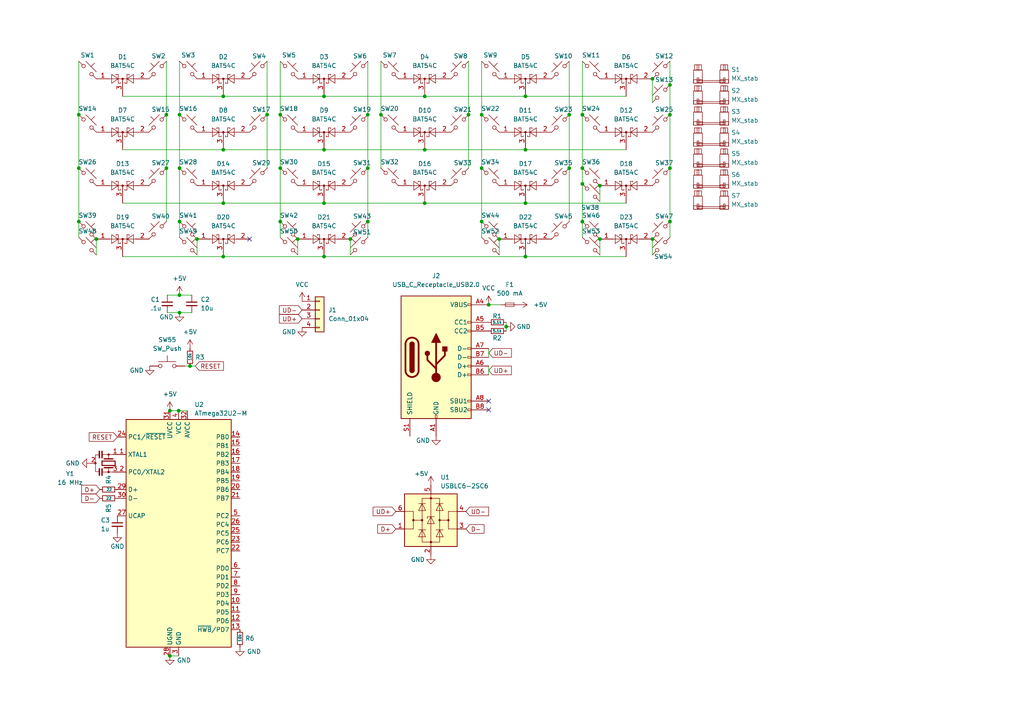
<source format=kicad_sch>
(kicad_sch (version 20211123) (generator eeschema)
  (paper "A4")
  (lib_symbols
    (symbol "Connector:USB_C_Receptacle_USB2.0" (pin_names (offset 1.016))
      (property "Reference" "J" (at -10.16 19.05 0))
      (property "Value" "USB_C_Receptacle_USB2.0" (at 19.05 19.05 0))
      (symbol "USB_C_Receptacle_USB2.0_1_1"
        (pin passive line (at 0 -22.86 90) (length 5.08) (name "GND") (number "A1"))
        (pin passive line (at 0 -22.86 90) (length 5.08) hide (name "GND") (number "A12"))
        (pin passive line (at 15.24 15.24 180) (length 5.08) (name "VBUS") (number "A4"))
        (pin bidirectional line (at 15.24 10.16 180) (length 5.08) (name "CC1") (number "A5"))
        (pin bidirectional line (at 15.24 -2.54 180) (length 5.08) (name "D+") (number "A6"))
        (pin bidirectional line (at 15.24 2.54 180) (length 5.08) (name "D-") (number "A7"))
        (pin bidirectional line (at 15.24 -12.7 180) (length 5.08) (name "SBU1") (number "A8"))
        (pin passive line (at 15.24 15.24 180) (length 5.08) hide (name "VBUS") (number "A9"))
        (pin passive line (at 0 -22.86 90) (length 5.08) hide (name "GND") (number "B1"))
        (pin passive line (at 0 -22.86 90) (length 5.08) hide (name "GND") (number "B12"))
        (pin passive line (at 15.24 15.24 180) (length 5.08) hide (name "VBUS") (number "B4"))
        (pin bidirectional line (at 15.24 7.62 180) (length 5.08) (name "CC2") (number "B5"))
        (pin bidirectional line (at 15.24 -5.08 180) (length 5.08) (name "D+") (number "B6"))
        (pin bidirectional line (at 15.24 0 180) (length 5.08) (name "D-") (number "B7"))
        (pin bidirectional line (at 15.24 -15.24 180) (length 5.08) (name "SBU2") (number "B8"))
        (pin passive line (at 15.24 15.24 180) (length 5.08) hide (name "VBUS") (number "B9"))
        (pin passive line (at -7.62 -22.86 90) (length 5.08) (name "SHIELD") (number "S1"))
      )
    )
    (symbol "Connector_Generic:Conn_01x04" (pin_names (offset 1.016) hide)
      (property "Reference" "J" (at 0 5.08 0))
      (property "Value" "Conn_01x04" (at 0 -7.62 0))
      (symbol "Conn_01x04_1_1"
        (pin passive line (at -5.08 2.54 0) (length 3.81) (name "Pin_1") (number "1"))
        (pin passive line (at -5.08 0 0) (length 3.81) (name "Pin_2") (number "2"))
        (pin passive line (at -5.08 -2.54 0) (length 3.81) (name "Pin_3") (number "3"))
        (pin passive line (at -5.08 -5.08 0) (length 3.81) (name "Pin_4") (number "4"))
      )
    )
    (symbol "Device:C_Small" (pin_numbers hide) (pin_names (offset 0.254) hide)
      (property "Reference" "C" (at 0.254 1.778 0))
      (property "Value" "C_Small" (at 0.254 -2.032 0))
      (symbol "C_Small_1_1"
        (pin passive line (at 0 2.54 270) (length 2.032) (name "~") (number "1"))
        (pin passive line (at 0 -2.54 90) (length 2.032) (name "~") (number "2"))
      )
    )
    (symbol "Device:Fuse_Small" (pin_numbers hide) (pin_names (offset 0.254) hide)
      (property "Reference" "F" (at 0 -1.524 0))
      (property "Value" "Fuse_Small" (at 0 1.524 0))
      (symbol "Fuse_Small_1_1"
        (pin passive line (at -2.54 0 0) (length 1.27) (name "~") (number "1"))
        (pin passive line (at 2.54 0 180) (length 1.27) (name "~") (number "2"))
      )
    )
    (symbol "Device:R_Small" (pin_numbers hide) (pin_names (offset 0.254) hide)
      (property "Reference" "R" (at 0.762 0.508 0))
      (property "Value" "R_Small" (at 0.762 -1.016 0))
      (symbol "R_Small_1_1"
        (pin passive line (at 0 2.54 270) (length 0.762) (name "~") (number "1"))
        (pin passive line (at 0 -2.54 90) (length 0.762) (name "~") (number "2"))
      )
    )
    (symbol "Device:Resonator_Small" (pin_names (offset 1.016) hide)
      (property "Reference" "Y" (at 3.175 1.905 0))
      (property "Value" "Resonator_Small" (at 3.175 0 0))
      (symbol "Resonator_Small_1_1"
        (pin passive line (at -2.54 2.54 270) (length 1.27) (name "1") (number "1"))
        (pin passive line (at 0 -5.08 90) (length 1.27) (name "2") (number "2"))
        (pin passive line (at 2.54 2.54 270) (length 1.27) (name "3") (number "3"))
      )
    )
    (symbol "Diode:BAT54C" (pin_names (offset 1.016))
      (property "Reference" "D" (at 0.635 -3.81 0))
      (property "Value" "BAT54C" (at -6.35 3.175 0))
      (symbol "BAT54C_1_1"
        (pin passive line (at -7.62 0 0) (length 3.81) (name "~") (number "1"))
        (pin passive line (at 7.62 0 180) (length 3.81) (name "~") (number "2"))
        (pin passive line (at 0 -5.08 90) (length 5.08) (name "~") (number "3"))
      )
    )
    (symbol "MCU_Microchip_ATmega:ATmega32U2-M"
      (property "Reference" "U" (at -15.24 34.29 0))
      (property "Value" "ATmega32U2-M" (at 2.54 -34.29 0))
      (symbol "ATmega32U2-M_1_1"
        (pin input line (at -17.78 22.86 0) (length 2.54) (name "XTAL1") (number "1"))
        (pin bidirectional line (at 17.78 -20.32 180) (length 2.54) (name "PD4") (number "10"))
        (pin bidirectional line (at 17.78 -22.86 180) (length 2.54) (name "PD5") (number "11"))
        (pin bidirectional line (at 17.78 -25.4 180) (length 2.54) (name "PD6") (number "12"))
        (pin bidirectional line (at 17.78 -27.94 180) (length 2.54) (name "~{HWB}/PD7") (number "13"))
        (pin bidirectional line (at 17.78 27.94 180) (length 2.54) (name "PB0") (number "14"))
        (pin bidirectional line (at 17.78 25.4 180) (length 2.54) (name "PB1") (number "15"))
        (pin bidirectional line (at 17.78 22.86 180) (length 2.54) (name "PB2") (number "16"))
        (pin bidirectional line (at 17.78 20.32 180) (length 2.54) (name "PB3") (number "17"))
        (pin bidirectional line (at 17.78 17.78 180) (length 2.54) (name "PB4") (number "18"))
        (pin bidirectional line (at 17.78 15.24 180) (length 2.54) (name "PB5") (number "19"))
        (pin bidirectional line (at -17.78 17.78 0) (length 2.54) (name "PC0/XTAL2") (number "2"))
        (pin bidirectional line (at 17.78 12.7 180) (length 2.54) (name "PB6") (number "20"))
        (pin bidirectional line (at 17.78 10.16 180) (length 2.54) (name "PB7") (number "21"))
        (pin bidirectional line (at 17.78 -5.08 180) (length 2.54) (name "PC7") (number "22"))
        (pin bidirectional line (at 17.78 -2.54 180) (length 2.54) (name "PC6") (number "23"))
        (pin bidirectional line (at -17.78 27.94 0) (length 2.54) (name "PC1/~{RESET}") (number "24"))
        (pin bidirectional line (at 17.78 0 180) (length 2.54) (name "PC5") (number "25"))
        (pin bidirectional line (at 17.78 2.54 180) (length 2.54) (name "PC4") (number "26"))
        (pin passive line (at -17.78 5.08 0) (length 2.54) (name "UCAP") (number "27"))
        (pin power_in line (at -2.54 -35.56 90) (length 2.54) (name "UGND") (number "28"))
        (pin bidirectional line (at -17.78 12.7 0) (length 2.54) (name "D+") (number "29"))
        (pin power_in line (at 0 -35.56 90) (length 2.54) (name "GND") (number "3"))
        (pin bidirectional line (at -17.78 10.16 0) (length 2.54) (name "D-") (number "30"))
        (pin power_in line (at -2.54 35.56 270) (length 2.54) (name "UVCC") (number "31"))
        (pin power_in line (at 2.54 35.56 270) (length 2.54) (name "AVCC") (number "32"))
        (pin passive line (at 0 -35.56 90) (length 2.54) hide (name "GND") (number "33"))
        (pin power_in line (at 0 35.56 270) (length 2.54) (name "VCC") (number "4"))
        (pin bidirectional line (at 17.78 5.08 180) (length 2.54) (name "PC2") (number "5"))
        (pin bidirectional line (at 17.78 -10.16 180) (length 2.54) (name "PD0") (number "6"))
        (pin bidirectional line (at 17.78 -12.7 180) (length 2.54) (name "PD1") (number "7"))
        (pin bidirectional line (at 17.78 -15.24 180) (length 2.54) (name "PD2") (number "8"))
        (pin bidirectional line (at 17.78 -17.78 180) (length 2.54) (name "PD3") (number "9"))
      )
    )
    (symbol "Power_Protection:USBLC6-2SC6" (pin_names hide)
      (property "Reference" "U" (at 2.54 8.89 0))
      (property "Value" "USBLC6-2SC6" (at 2.54 -8.89 0))
      (symbol "USBLC6-2SC6_1_1"
        (pin passive line (at -10.16 -2.54 0) (length 2.54) (name "I/O1") (number "1"))
        (pin passive line (at 0 -10.16 90) (length 2.54) (name "GND") (number "2"))
        (pin passive line (at 10.16 -2.54 180) (length 2.54) (name "I/O2") (number "3"))
        (pin passive line (at 10.16 2.54 180) (length 2.54) (name "I/O2") (number "4"))
        (pin passive line (at 0 10.16 270) (length 2.54) (name "VBUS") (number "5"))
        (pin passive line (at -10.16 2.54 0) (length 2.54) (name "I/O1") (number "6"))
      )
    )
    (symbol "Switch:SW_Push" (pin_numbers hide) (pin_names (offset 1.016) hide)
      (property "Reference" "SW" (at 1.27 2.54 0))
      (property "Value" "SW_Push" (at 0 -1.524 0))
      (symbol "SW_Push_0_1"
        (pin passive line (at -5.08 0 0) (length 2.54) (name "1") (number "1"))
        (pin passive line (at 5.08 0 180) (length 2.54) (name "2") (number "2"))
      )
    )
    (symbol "marbastlib-mx:MX_SW_solder" (pin_numbers hide) (pin_names (offset 1.016) hide)
      (property "Reference" "SW" (at 3.048 1.016 0))
      (property "Value" "MX_SW_solder" (at 0 -3.81 0))
      (symbol "MX_SW_solder_0_1"
        (pin passive line (at -2.54 2.54 0) (length 0) (name "1") (number "1"))
        (pin passive line (at 2.54 -2.54 180) (length 0) (name "2") (number "2"))
      )
    )
    (symbol "marbastlib-mx:MX_stab" (pin_names (offset 1.016))
      (property "Reference" "S" (at -5.08 6.35 0))
      (property "Value" "MX_stab" (at -5.08 3.81 0))
    )
    (symbol "power:+5V" (power) (pin_names (offset 0))
      (property "Value" "+5V" (at 0 3.556 0))
      (symbol "+5V_1_1"
        (pin power_in line (at 0 0 90) (length 0) hide (name "+5V") (number "1"))
      )
    )
    (symbol "power:GND" (power) (pin_names (offset 0))
      (property "Value" "GND" (at 0 -3.81 0))
      (symbol "GND_1_1"
        (pin power_in line (at 0 0 270) (length 0) hide (name "GND") (number "1"))
      )
    )
    (symbol "power:VCC" (power) (pin_names (offset 0))
      (property "Value" "VCC" (at 0 3.81 0))
      (symbol "VCC_1_1"
        (pin power_in line (at 0 0 90) (length 0) hide (name "VCC") (number "1"))
      )
    )
  )
  (junction (at 55.118 106.172))
  (junction (at 194.31 24.638))
  (junction (at 173.99 53.848))
  (junction (at 106.68 48.768))
  (junction (at 106.68 33.274))
  (junction (at 64.77 74.422))
  (junction (at 139.7 48.768))
  (junction (at 101.6 69.342))
  (junction (at 168.91 33.274))
  (junction (at 93.98 74.422))
  (junction (at 123.19 27.94))
  (junction (at 81.28 33.274))
  (junction (at 52.07 48.768))
  (junction (at 22.86 33.274))
  (junction (at 168.91 48.768))
  (junction (at 22.86 64.262))
  (junction (at 152.4 43.434))
  (junction (at 52.07 85.598))
  (junction (at 93.98 27.94))
  (junction (at 52.07 64.262))
  (junction (at 152.4 27.94))
  (junction (at 194.31 48.768))
  (junction (at 152.4 74.422))
  (junction (at 139.7 33.274))
  (junction (at 48.26 33.274))
  (junction (at 144.78 69.342))
  (junction (at 81.28 64.262))
  (junction (at 52.07 33.274))
  (junction (at 93.98 43.434))
  (junction (at 81.28 48.768))
  (junction (at 51.816 119.126))
  (junction (at 189.23 22.86))
  (junction (at 194.31 33.274))
  (junction (at 64.77 43.434))
  (junction (at 27.94 69.342))
  (junction (at 123.19 58.928))
  (junction (at 64.77 27.94))
  (junction (at 139.7 64.262))
  (junction (at 77.47 33.274))
  (junction (at 165.1 48.768))
  (junction (at 106.68 64.262))
  (junction (at 189.23 69.342))
  (junction (at 64.77 58.928))
  (junction (at 22.86 48.768))
  (junction (at 141.732 88.392))
  (junction (at 194.31 64.262))
  (junction (at 49.276 190.246))
  (junction (at 168.91 53.34))
  (junction (at 52.07 90.678))
  (junction (at 48.26 48.768))
  (junction (at 173.99 69.342))
  (junction (at 49.276 119.126))
  (junction (at 135.89 33.274))
  (junction (at 146.812 94.742))
  (junction (at 165.1 33.274))
  (junction (at 93.98 58.928))
  (junction (at 110.49 33.274))
  (junction (at 123.19 43.434))
  (junction (at 86.36 69.342))
  (junction (at 168.91 64.262))
  (junction (at 152.4 58.928))
  (junction (at 57.15 69.342))
  (no_connect (at 141.732 116.332))
  (no_connect (at 141.732 118.872))
  (no_connect (at 72.39 69.342))
  (wire (pts (xy 152.4 27.94) (xy 181.61 27.94)))
  (wire (pts (xy 173.99 69.342) (xy 173.99 73.914)))
  (wire (pts (xy 168.91 48.768) (xy 168.91 53.34)))
  (wire (pts (xy 56.642 106.172) (xy 55.118 106.172)))
  (wire (pts (xy 35.56 43.434) (xy 64.77 43.434)))
  (wire (pts (xy 146.812 93.472) (xy 146.812 94.742)))
  (wire (pts (xy 64.77 43.434) (xy 93.98 43.434)))
  (wire (pts (xy 173.99 53.848) (xy 173.99 58.42)))
  (wire (pts (xy 141.732 88.392) (xy 145.288 88.392)))
  (wire (pts (xy 139.7 64.262) (xy 139.7 68.834)))
  (wire (pts (xy 93.98 27.94) (xy 123.19 27.94)))
  (wire (pts (xy 146.812 94.742) (xy 146.812 96.012)))
  (wire (pts (xy 77.47 17.78) (xy 77.47 33.274)))
  (wire (pts (xy 22.86 17.78) (xy 22.86 33.274)))
  (wire (pts (xy 141.732 106.172) (xy 141.732 108.712)))
  (wire (pts (xy 52.07 90.678) (xy 55.626 90.678)))
  (wire (pts (xy 101.6 69.342) (xy 101.6 73.914)))
  (wire (pts (xy 93.98 43.434) (xy 123.19 43.434)))
  (wire (pts (xy 139.7 17.78) (xy 139.7 33.274)))
  (wire (pts (xy 123.19 58.928) (xy 152.4 58.928)))
  (wire (pts (xy 81.28 64.262) (xy 81.28 68.834)))
  (wire (pts (xy 52.07 64.262) (xy 52.07 68.834)))
  (wire (pts (xy 49.276 119.126) (xy 51.816 119.126)))
  (wire (pts (xy 189.23 69.342) (xy 189.23 73.914)))
  (wire (pts (xy 139.7 33.274) (xy 139.7 48.768)))
  (wire (pts (xy 81.28 17.78) (xy 81.28 33.274)))
  (wire (pts (xy 165.1 17.78) (xy 165.1 33.274)))
  (wire (pts (xy 194.31 33.274) (xy 194.31 48.768)))
  (wire (pts (xy 106.68 64.262) (xy 106.68 68.834)))
  (wire (pts (xy 194.31 24.638) (xy 194.31 33.274)))
  (wire (pts (xy 81.28 48.768) (xy 81.28 64.262)))
  (wire (pts (xy 168.91 53.34) (xy 168.91 64.262)))
  (wire (pts (xy 135.89 17.78) (xy 135.89 33.274)))
  (wire (pts (xy 93.98 74.422) (xy 152.4 74.422)))
  (wire (pts (xy 110.49 17.78) (xy 110.49 33.274)))
  (wire (pts (xy 22.86 33.274) (xy 22.86 48.768)))
  (wire (pts (xy 106.68 48.768) (xy 106.68 64.262)))
  (wire (pts (xy 48.514 90.678) (xy 52.07 90.678)))
  (wire (pts (xy 22.86 48.768) (xy 22.86 64.262)))
  (wire (pts (xy 81.28 33.274) (xy 81.28 48.768)))
  (wire (pts (xy 35.56 58.928) (xy 64.77 58.928)))
  (wire (pts (xy 64.77 27.94) (xy 93.98 27.94)))
  (wire (pts (xy 141.732 101.092) (xy 141.732 103.632)))
  (wire (pts (xy 52.07 17.78) (xy 52.07 33.274)))
  (wire (pts (xy 77.47 33.274) (xy 77.47 48.768)))
  (wire (pts (xy 189.23 22.86) (xy 189.23 29.718)))
  (wire (pts (xy 144.78 69.342) (xy 144.78 73.914)))
  (wire (pts (xy 93.98 58.928) (xy 123.19 58.928)))
  (wire (pts (xy 35.56 27.94) (xy 64.77 27.94)))
  (wire (pts (xy 57.15 69.342) (xy 57.15 73.914)))
  (wire (pts (xy 22.86 64.262) (xy 22.86 68.834)))
  (wire (pts (xy 55.118 106.172) (xy 53.594 106.172)))
  (wire (pts (xy 123.19 27.94) (xy 152.4 27.94)))
  (wire (pts (xy 152.4 43.434) (xy 181.61 43.434)))
  (wire (pts (xy 139.7 48.768) (xy 139.7 64.262)))
  (wire (pts (xy 49.276 190.246) (xy 51.816 190.246)))
  (wire (pts (xy 27.94 69.342) (xy 27.94 73.914)))
  (wire (pts (xy 152.4 74.422) (xy 181.61 74.422)))
  (wire (pts (xy 194.31 17.78) (xy 194.31 24.638)))
  (wire (pts (xy 168.91 64.262) (xy 168.91 68.834)))
  (wire (pts (xy 48.514 85.598) (xy 52.07 85.598)))
  (wire (pts (xy 64.77 58.928) (xy 93.98 58.928)))
  (wire (pts (xy 52.07 85.598) (xy 55.626 85.598)))
  (wire (pts (xy 194.31 48.768) (xy 194.31 64.262)))
  (wire (pts (xy 194.31 64.262) (xy 194.31 68.834)))
  (wire (pts (xy 110.49 33.274) (xy 110.49 48.768)))
  (wire (pts (xy 165.1 33.274) (xy 165.1 48.768)))
  (wire (pts (xy 35.56 74.422) (xy 64.77 74.422)))
  (wire (pts (xy 168.91 17.78) (xy 168.91 33.274)))
  (wire (pts (xy 51.816 119.126) (xy 54.356 119.126)))
  (wire (pts (xy 135.89 33.274) (xy 135.89 48.768)))
  (wire (pts (xy 168.91 33.274) (xy 168.91 48.768)))
  (wire (pts (xy 86.36 69.342) (xy 86.36 73.914)))
  (wire (pts (xy 165.1 48.768) (xy 165.1 64.262)))
  (wire (pts (xy 106.68 17.78) (xy 106.68 33.274)))
  (wire (pts (xy 48.26 33.274) (xy 48.26 48.768)))
  (wire (pts (xy 52.07 48.768) (xy 52.07 64.262)))
  (wire (pts (xy 48.26 17.78) (xy 48.26 33.274)))
  (wire (pts (xy 64.77 74.422) (xy 93.98 74.422)))
  (wire (pts (xy 106.68 33.274) (xy 106.68 48.768)))
  (wire (pts (xy 48.26 48.768) (xy 48.26 64.262)))
  (wire (pts (xy 152.4 58.928) (xy 181.61 58.928)))
  (wire (pts (xy 52.07 33.274) (xy 52.07 48.768)))
  (wire (pts (xy 123.19 43.434) (xy 152.4 43.434)))
  (global_label "UD+" (shape input) (at 141.732 107.442 0) (property "Intersheet References" "${INTERSHEET_REFS}" (effects hide)))
  (global_label "UD-" (shape input) (at 141.732 102.362 0) (property "Intersheet References" "${INTERSHEET_REFS}" (effects hide)))
  (global_label "D+" (shape input) (at 28.956 141.986 180) (property "Intersheet References" "${INTERSHEET_REFS}" (effects hide)))
  (global_label "UD-" (shape input) (at 87.63 89.916 180) (property "Intersheet References" "${INTERSHEET_REFS}" (effects hide)))
  (global_label "UD-" (shape input) (at 135.128 148.336 0) (property "Intersheet References" "${INTERSHEET_REFS}" (effects hide)))
  (global_label "UD+" (shape input) (at 87.63 92.456 180) (property "Intersheet References" "${INTERSHEET_REFS}" (effects hide)))
  (global_label "UD+" (shape input) (at 114.808 148.336 180) (property "Intersheet References" "${INTERSHEET_REFS}" (effects hide)))
  (global_label "D+" (shape input) (at 114.808 153.416 180) (property "Intersheet References" "${INTERSHEET_REFS}" (effects hide)))
  (global_label "RESET" (shape input) (at 56.642 106.172 0) (property "Intersheet References" "${INTERSHEET_REFS}" (effects hide)))
  (global_label "D-" (shape input) (at 135.128 153.416 0) (property "Intersheet References" "${INTERSHEET_REFS}" (effects hide)))
  (global_label "RESET" (shape input) (at 34.036 126.746 180) (property "Intersheet References" "${INTERSHEET_REFS}" (effects hide)))
  (global_label "D-" (shape input) (at 28.956 144.526 180) (property "Intersheet References" "${INTERSHEET_REFS}" (effects hide)))
  (symbol (lib_id "power:GND") (at 87.63 94.996 0) (unit 1)
    (property "Reference" "#PWR07" (effects hide))
    (property "Value" "GND" (at 81.788 96.266 0) (effects (justify left)))
  )
  (symbol (lib_id "MCU_Microchip_ATmega:ATmega32U2-M") (at 51.816 154.686 0) (unit 1)
    (property "Reference" "U2" (at 56.388 117.348 0) (effects (justify left)))
    (property "Value" "ATmega32U2-M" (at 56.388 119.888 0) (effects (justify left)))
    (property "Footprint" "Package_DFN_QFN:QFN-32-1EP_5x5mm_P0.5mm_EP3.1x3.1mm" (effects hide))
    (property "Datasheet" "http://ww1.microchip.com/downloads/en/DeviceDoc/doc7799.pdf" (effects hide))
  )
  (symbol (lib_id "Device:R_Small") (at 144.272 96.012 90) (unit 1)
    (property "Reference" "R2" (at 145.542 98.044 90) (effects (justify left)))
    (property "Value" "5.1k" (at 145.542 96.012 90) (effects (font (size 0.8 0.8)) (justify left)))
    (property "Footprint" "Resistor_SMD:R_0603_1608Metric" (effects hide))
  )
  (symbol (lib_id "Diode:BAT54C") (at 64.77 53.848 0) (unit 1)
    (property "Reference" "D14" (at 64.77 47.498 0))
    (property "Value" "BAT54C" (at 64.77 50.038 0))
    (property "Footprint" "Package_TO_SOT_SMD:SOT-23" (effects hide))
    (property "Datasheet" "http://www.diodes.com/_files/datasheets/ds11005.pdf" (effects hide))
  )
  (symbol (lib_id "marbastlib-mx:MX_SW_solder") (at 83.82 71.374 0) (unit 1)
    (property "Reference" "SW50" (at 83.82 67.056 0))
    (property "Value" "MX_SW_solder" (effects hide))
    (property "Footprint" "marbastlib-mx:SW_MX_1u" (effects hide))
  )
  (symbol (lib_id "Diode:BAT54C") (at 123.19 38.354 0) (unit 1)
    (property "Reference" "D10" (at 123.19 32.004 0))
    (property "Value" "BAT54C" (at 123.19 34.544 0))
    (property "Footprint" "Package_TO_SOT_SMD:SOT-23" (effects hide))
    (property "Datasheet" "http://www.diodes.com/_files/datasheets/ds11005.pdf" (effects hide))
  )
  (symbol (lib_id "marbastlib-mx:MX_SW_solder") (at 25.4 71.374 0) (unit 1)
    (property "Reference" "SW48" (at 25.4 67.056 0))
    (property "Value" "MX_SW_solder" (effects hide))
    (property "Footprint" "marbastlib-mx:SW_MX_1.5u" (effects hide))
  )
  (symbol (lib_id "Device:R_Small") (at 31.496 144.526 270) (unit 1)
    (property "Reference" "R5" (at 31.496 146.05 0) (effects (justify left)))
    (property "Value" "22" (at 30.734 144.526 90) (effects (font (size 0.8 0.8)) (justify left)))
    (property "Footprint" "Resistor_SMD:R_0603_1608Metric" (effects hide))
  )
  (symbol (lib_id "power:+5V") (at 52.07 85.598 0) (unit 1)
    (property "Reference" "#PWR01" (effects hide))
    (property "Value" "+5V" (at 52.07 80.772 0))
  )
  (symbol (lib_id "marbastlib-mx:MX_SW_solder") (at 171.45 20.32 0) (unit 1)
    (property "Reference" "SW11" (at 171.45 16.002 0))
    (property "Value" "MX_SW_solder" (effects hide))
    (property "Footprint" "marbastlib-mx:SW_MX_1u" (effects hide))
  )
  (symbol (lib_id "marbastlib-mx:MX_SW_solder") (at 54.61 20.32 0) (unit 1)
    (property "Reference" "SW3" (at 54.61 16.002 0))
    (property "Value" "MX_SW_solder" (effects hide))
    (property "Footprint" "marbastlib-mx:SW_MX_1u" (effects hide))
  )
  (symbol (lib_id "marbastlib-mx:MX_SW_solder") (at 54.61 51.308 0) (unit 1)
    (property "Reference" "SW28" (at 54.61 46.99 0))
    (property "Value" "MX_SW_solder" (effects hide))
    (property "Footprint" "marbastlib-mx:SW_MX_1u" (effects hide))
  )
  (symbol (lib_id "marbastlib-mx:MX_SW_solder") (at 25.4 51.308 0) (unit 1)
    (property "Reference" "SW26" (at 25.4 46.99 0))
    (property "Value" "MX_SW_solder" (effects hide))
    (property "Footprint" "marbastlib-mx:SW_MX_1.75u" (effects hide))
  )
  (symbol (lib_id "Diode:BAT54C") (at 123.19 22.86 0) (unit 1)
    (property "Reference" "D4" (at 123.19 16.51 0))
    (property "Value" "BAT54C" (at 123.19 19.05 0))
    (property "Footprint" "Package_TO_SOT_SMD:SOT-23" (effects hide))
    (property "Datasheet" "http://www.diodes.com/_files/datasheets/ds11005.pdf" (effects hide))
  )
  (symbol (lib_id "marbastlib-mx:MX_SW_solder") (at 113.03 35.814 0) (unit 1)
    (property "Reference" "SW20" (at 113.03 31.496 0))
    (property "Value" "MX_SW_solder" (effects hide))
    (property "Footprint" "marbastlib-mx:SW_MX_1u" (effects hide))
  )
  (symbol (lib_id "power:VCC") (at 141.732 88.392 0) (unit 1)
    (property "Reference" "#PWR03" (effects hide))
    (property "Value" "VCC" (at 141.732 83.566 0))
  )
  (symbol (lib_id "marbastlib-mx:MX_SW_solder") (at 83.82 20.32 0) (unit 1)
    (property "Reference" "SW5" (at 83.82 16.002 0))
    (property "Value" "MX_SW_solder" (effects hide))
    (property "Footprint" "marbastlib-mx:SW_MX_1u" (effects hide))
  )
  (symbol (lib_id "power:GND") (at 34.036 154.686 0) (unit 1)
    (property "Reference" "#PWR014" (effects hide))
    (property "Value" "GND" (at 32.004 158.496 0) (effects (justify left)))
  )
  (symbol (lib_id "marbastlib-mx:MX_stab") (at 206.248 39.878 0) (unit 1)
    (property "Reference" "S4" (at 212.09 38.4809 0) (effects (justify left)))
    (property "Value" "MX_stab" (at 212.09 41.0209 0) (effects (justify left)))
    (property "Footprint" "marbastlib-mx:STAB_MX_2u" (effects hide))
  )
  (symbol (lib_id "marbastlib-mx:MX_SW_solder") (at 25.4 20.32 0) (unit 1)
    (property "Reference" "SW1" (at 25.4 16.002 0))
    (property "Value" "MX_SW_solder" (effects hide))
    (property "Footprint" "marbastlib-mx:SW_MX_1u" (effects hide))
  )
  (symbol (lib_id "marbastlib-mx:MX_SW_solder") (at 25.4 35.814 0) (unit 1)
    (property "Reference" "SW14" (at 25.4 31.496 0))
    (property "Value" "MX_SW_solder" (effects hide))
    (property "Footprint" "marbastlib-mx:SW_MX_1.25u" (effects hide))
  )
  (symbol (lib_id "marbastlib-mx:MX_SW_solder") (at 171.45 71.374 0) (unit 1)
    (property "Reference" "SW53" (at 171.45 67.056 0))
    (property "Value" "MX_SW_solder" (effects hide))
    (property "Footprint" "marbastlib-mx:SW_MX_1.5u" (effects hide))
  )
  (symbol (lib_id "Diode:BAT54C") (at 123.19 53.848 0) (unit 1)
    (property "Reference" "D16" (at 123.19 47.498 0))
    (property "Value" "BAT54C" (at 123.19 50.038 0))
    (property "Footprint" "Package_TO_SOT_SMD:SOT-23" (effects hide))
    (property "Datasheet" "http://www.diodes.com/_files/datasheets/ds11005.pdf" (effects hide))
  )
  (symbol (lib_id "Device:Resonator_Small") (at 31.496 134.366 270) (unit 1)
    (property "Reference" "Y1" (at 20.32 137.414 90))
    (property "Value" "16 MHz" (at 20.32 139.954 90))
    (property "Footprint" "Crystal:Resonator_SMD_Murata_CSTxExxV-3Pin_3.0x1.1mm" (effects hide))
  )
  (symbol (lib_id "power:VCC") (at 87.63 87.376 0) (unit 1)
    (property "Reference" "#PWR02" (effects hide))
    (property "Value" "VCC" (at 87.63 82.55 0))
  )
  (symbol (lib_id "Device:C_Small") (at 34.036 152.146 0) (unit 1)
    (property "Reference" "C3" (at 29.21 150.876 0) (effects (justify left)))
    (property "Value" "1u" (at 29.21 153.416 0) (effects (justify left)))
    (property "Footprint" "Capacitor_SMD:C_0603_1608Metric" (effects hide))
  )
  (symbol (lib_id "marbastlib-mx:MX_stab") (at 206.248 58.166 0) (unit 1)
    (property "Reference" "S7" (at 212.09 56.7689 0) (effects (justify left)))
    (property "Value" "MX_stab" (at 212.09 59.3089 0) (effects (justify left)))
    (property "Footprint" "marbastlib-mx:STAB_MX_7u" (effects hide))
  )
  (symbol (lib_id "Diode:BAT54C") (at 181.61 69.342 0) (unit 1)
    (property "Reference" "D23" (at 181.61 62.992 0))
    (property "Value" "BAT54C" (at 181.61 65.532 0))
    (property "Footprint" "Package_TO_SOT_SMD:SOT-23" (effects hide))
    (property "Datasheet" "http://www.diodes.com/_files/datasheets/ds11005.pdf" (effects hide))
  )
  (symbol (lib_id "marbastlib-mx:MX_SW_solder") (at 45.72 66.802 90) (unit 1)
    (property "Reference" "SW40" (at 43.942 62.738 90) (effects (justify right)))
    (property "Value" "MX_SW_solder" (effects hide))
    (property "Footprint" "marbastlib-mx:SW_MX_1u" (effects hide))
  )
  (symbol (lib_id "Device:Fuse_Small") (at 147.828 88.392 0) (unit 1)
    (property "Reference" "F1" (at 147.828 82.55 0))
    (property "Value" "500 mA" (at 147.828 85.09 0))
    (property "Footprint" "Fuse:Fuse_1206_3216Metric" (effects hide))
  )
  (symbol (lib_id "Device:R_Small") (at 144.272 93.472 90) (unit 1)
    (property "Reference" "R1" (at 145.542 91.694 90) (effects (justify left)))
    (property "Value" "5.1k" (at 145.542 93.472 90) (effects (font (size 0.8 0.8)) (justify left)))
    (property "Footprint" "Resistor_SMD:R_0603_1608Metric" (effects hide))
  )
  (symbol (lib_id "Diode:BAT54C") (at 35.56 69.342 0) (unit 1)
    (property "Reference" "D19" (at 35.56 62.992 0))
    (property "Value" "BAT54C" (at 35.56 65.532 0))
    (property "Footprint" "Package_TO_SOT_SMD:SOT-23" (effects hide))
    (property "Datasheet" "http://www.diodes.com/_files/datasheets/ds11005.pdf" (effects hide))
  )
  (symbol (lib_id "marbastlib-mx:MX_SW_solder") (at 171.45 51.308 0) (unit 1)
    (property "Reference" "SW36" (at 171.45 46.99 0))
    (property "Value" "MX_SW_solder" (effects hide))
    (property "Footprint" "marbastlib-mx:SW_MX_1.25u" (effects hide))
  )
  (symbol (lib_id "marbastlib-mx:MX_stab") (at 206.248 27.686 0) (unit 1)
    (property "Reference" "S2" (at 212.09 26.2889 0) (effects (justify left)))
    (property "Value" "MX_stab" (at 212.09 28.8289 0) (effects (justify left)))
    (property "Footprint" "marbastlib-mx:STAB_MX_3u" (effects hide))
  )
  (symbol (lib_id "marbastlib-mx:MX_SW_solder") (at 133.35 51.308 90) (unit 1)
    (property "Reference" "SW33" (at 131.572 47.244 90) (effects (justify right)))
    (property "Value" "MX_SW_solder" (effects hide))
    (property "Footprint" "marbastlib-mx:SW_MX_1u" (effects hide))
  )
  (symbol (lib_id "power:GND") (at 124.968 161.036 0) (unit 1)
    (property "Reference" "#PWR015" (effects hide))
    (property "Value" "GND" (at 119.126 162.306 0) (effects (justify left)))
  )
  (symbol (lib_id "marbastlib-mx:MX_SW_solder") (at 104.14 51.308 90) (unit 1)
    (property "Reference" "SW31" (at 102.362 47.244 90) (effects (justify right)))
    (property "Value" "MX_SW_solder" (effects hide))
    (property "Footprint" "marbastlib-mx:SW_MX_1u" (effects hide))
  )
  (symbol (lib_id "marbastlib-mx:MX_SW_solder") (at 171.45 66.802 0) (unit 1)
    (property "Reference" "SW46" (at 171.45 62.484 0))
    (property "Value" "MX_SW_solder" (effects hide))
    (property "Footprint" "marbastlib-mx:SW_MX_1.25u" (effects hide))
  )
  (symbol (lib_id "Diode:BAT54C") (at 93.98 38.354 0) (unit 1)
    (property "Reference" "D9" (at 93.98 32.004 0))
    (property "Value" "BAT54C" (at 93.98 34.544 0))
    (property "Footprint" "Package_TO_SOT_SMD:SOT-23" (effects hide))
    (property "Datasheet" "http://www.diodes.com/_files/datasheets/ds11005.pdf" (effects hide))
  )
  (symbol (lib_id "Diode:BAT54C") (at 181.61 53.848 0) (unit 1)
    (property "Reference" "D18" (at 181.61 47.498 0))
    (property "Value" "BAT54C" (at 181.61 50.038 0))
    (property "Footprint" "Package_TO_SOT_SMD:SOT-23" (effects hide))
    (property "Datasheet" "http://www.diodes.com/_files/datasheets/ds11005.pdf" (effects hide))
  )
  (symbol (lib_id "Diode:BAT54C") (at 181.61 22.86 0) (unit 1)
    (property "Reference" "D6" (at 181.61 16.51 0))
    (property "Value" "BAT54C" (at 181.61 19.05 0))
    (property "Footprint" "Package_TO_SOT_SMD:SOT-23" (effects hide))
    (property "Datasheet" "http://www.diodes.com/_files/datasheets/ds11005.pdf" (effects hide))
  )
  (symbol (lib_id "marbastlib-mx:MX_SW_solder") (at 191.77 20.32 90) (unit 1)
    (property "Reference" "SW12" (at 189.992 16.256 90) (effects (justify right)))
    (property "Value" "MX_SW_solder" (effects hide))
    (property "Footprint" "marbastlib-mx:SW_MX_1u" (effects hide))
  )
  (symbol (lib_id "marbastlib-mx:MX_SW_solder") (at 142.24 20.32 0) (unit 1)
    (property "Reference" "SW9" (at 142.24 16.002 0))
    (property "Value" "MX_SW_solder" (effects hide))
    (property "Footprint" "marbastlib-mx:SW_MX_1u" (effects hide))
  )
  (symbol (lib_id "marbastlib-mx:MX_SW_solder") (at 54.61 71.374 0) (unit 1)
    (property "Reference" "SW49" (at 54.61 67.056 0))
    (property "Value" "MX_SW_solder" (effects hide))
    (property "Footprint" "marbastlib-mx:SW_MX_1.5u" (effects hide))
  )
  (symbol (lib_id "marbastlib-mx:MX_SW_solder") (at 162.56 66.802 90) (unit 1)
    (property "Reference" "SW45" (at 160.782 62.738 90) (effects (justify right)))
    (property "Value" "MX_SW_solder" (effects hide))
    (property "Footprint" "marbastlib-mx:SW_MX_1u" (effects hide))
  )
  (symbol (lib_id "marbastlib-mx:MX_SW_solder") (at 133.35 35.814 90) (unit 1)
    (property "Reference" "SW21" (at 131.572 31.75 90) (effects (justify right)))
    (property "Value" "MX_SW_solder" (effects hide))
    (property "Footprint" "marbastlib-mx:SW_MX_1u" (effects hide))
  )
  (symbol (lib_id "power:GND") (at 52.07 90.678 0) (unit 1)
    (property "Reference" "#PWR05" (effects hide))
    (property "Value" "GND" (at 46.228 91.948 0) (effects (justify left)))
  )
  (symbol (lib_id "Device:R_Small") (at 31.496 141.986 90) (unit 1)
    (property "Reference" "R4" (at 31.496 140.462 0) (effects (justify left)))
    (property "Value" "22" (at 32.512 141.986 90) (effects (font (size 0.8 0.8)) (justify left)))
    (property "Footprint" "Resistor_SMD:R_0603_1608Metric" (effects hide))
  )
  (symbol (lib_id "marbastlib-mx:MX_SW_solder") (at 83.82 51.308 0) (unit 1)
    (property "Reference" "SW30" (at 83.82 46.99 0))
    (property "Value" "MX_SW_solder" (effects hide))
    (property "Footprint" "marbastlib-mx:SW_MX_1u" (effects hide))
  )
  (symbol (lib_id "marbastlib-mx:MX_stab") (at 206.248 21.59 0) (unit 1)
    (property "Reference" "S1" (at 212.09 20.1929 0) (effects (justify left)))
    (property "Value" "MX_stab" (at 212.09 22.7329 0) (effects (justify left)))
    (property "Footprint" "marbastlib-mx:STAB_MX_3u" (effects hide))
  )
  (symbol (lib_id "power:+5V") (at 124.968 140.716 0) (unit 1)
    (property "Reference" "#PWR013" (effects hide))
    (property "Value" "+5V" (at 120.142 137.414 0) (effects (justify left)))
  )
  (symbol (lib_id "Connector:USB_C_Receptacle_USB2.0") (at 126.492 103.632 0) (unit 1)
    (property "Reference" "J2" (at 126.492 80.01 0))
    (property "Value" "USB_C_Receptacle_USB2.0" (at 126.492 82.55 0))
    (property "Footprint" "Connector_USB:USB_C_Receptacle_HRO_TYPE-C-31-M-12" (effects hide))
    (property "Datasheet" "https://www.usb.org/sites/default/files/documents/usb_type-c.zip" (effects hide))
  )
  (symbol (lib_id "marbastlib-mx:MX_SW_solder") (at 142.24 66.802 0) (unit 1)
    (property "Reference" "SW44" (at 142.24 62.484 0))
    (property "Value" "MX_SW_solder" (effects hide))
    (property "Footprint" "marbastlib-mx:SW_MX_1.25u" (effects hide))
  )
  (symbol (lib_id "Device:R_Small") (at 69.596 185.166 0) (unit 1)
    (property "Reference" "R6" (at 71.12 185.166 0) (effects (justify left)))
    (property "Value" "10k" (at 69.596 186.182 90) (effects (font (size 0.8 0.8)) (justify left)))
    (property "Footprint" "Resistor_SMD:R_0603_1608Metric" (effects hide))
  )
  (symbol (lib_id "marbastlib-mx:MX_SW_solder") (at 142.24 35.814 0) (unit 1)
    (property "Reference" "SW22" (at 142.24 31.496 0))
    (property "Value" "MX_SW_solder" (effects hide))
    (property "Footprint" "marbastlib-mx:SW_MX_1u" (effects hide))
  )
  (symbol (lib_id "marbastlib-mx:MX_SW_solder") (at 54.61 35.814 0) (unit 1)
    (property "Reference" "SW16" (at 54.61 31.496 0))
    (property "Value" "MX_SW_solder" (effects hide))
    (property "Footprint" "marbastlib-mx:SW_MX_1u" (effects hide))
  )
  (symbol (lib_id "marbastlib-mx:MX_SW_solder") (at 142.24 51.308 0) (unit 1)
    (property "Reference" "SW34" (at 142.24 46.99 0))
    (property "Value" "MX_SW_solder" (effects hide))
    (property "Footprint" "marbastlib-mx:SW_MX_1u" (effects hide))
  )
  (symbol (lib_id "marbastlib-mx:MX_SW_solder") (at 83.82 66.802 0) (unit 1)
    (property "Reference" "SW42" (at 83.82 62.484 0))
    (property "Value" "MX_SW_solder" (effects hide))
    (property "Footprint" "marbastlib-mx:SW_MX_1u" (effects hide))
  )
  (symbol (lib_id "marbastlib-mx:MX_SW_solder") (at 191.77 35.814 90) (unit 1)
    (property "Reference" "SW25" (at 189.992 31.75 90) (effects (justify right)))
    (property "Value" "MX_SW_solder" (effects hide))
    (property "Footprint" "marbastlib-mx:SW_MX_1u" (effects hide))
  )
  (symbol (lib_id "Diode:BAT54C") (at 64.77 69.342 0) (unit 1)
    (property "Reference" "D20" (at 64.77 62.992 0))
    (property "Value" "BAT54C" (at 64.77 65.532 0))
    (property "Footprint" "Package_TO_SOT_SMD:SOT-23" (effects hide))
    (property "Datasheet" "http://www.diodes.com/_files/datasheets/ds11005.pdf" (effects hide))
  )
  (symbol (lib_id "power:+5V") (at 49.276 119.126 0) (unit 1)
    (property "Reference" "#PWR010" (effects hide))
    (property "Value" "+5V" (at 49.276 114.3 0))
  )
  (symbol (lib_id "marbastlib-mx:MX_SW_solder") (at 104.14 71.374 90) (unit 1)
    (property "Reference" "SW51" (at 102.362 67.31 90) (effects (justify right)))
    (property "Value" "MX_SW_solder" (effects hide))
    (property "Footprint" "marbastlib-mx:SW_MX_1u" (effects hide))
  )
  (symbol (lib_id "marbastlib-mx:MX_stab") (at 206.248 33.782 0) (unit 1)
    (property "Reference" "S3" (at 212.09 32.3849 0) (effects (justify left)))
    (property "Value" "MX_stab" (at 212.09 34.9249 0) (effects (justify left)))
    (property "Footprint" "marbastlib-mx:STAB_MX_2u" (effects hide))
  )
  (symbol (lib_id "marbastlib-mx:MX_SW_solder") (at 133.35 20.32 90) (unit 1)
    (property "Reference" "SW8" (at 131.572 16.256 90) (effects (justify right)))
    (property "Value" "MX_SW_solder" (effects hide))
    (property "Footprint" "marbastlib-mx:SW_MX_1u" (effects hide))
  )
  (symbol (lib_id "marbastlib-mx:MX_SW_solder") (at 83.82 35.814 0) (unit 1)
    (property "Reference" "SW18" (at 83.82 31.496 0))
    (property "Value" "MX_SW_solder" (effects hide))
    (property "Footprint" "marbastlib-mx:SW_MX_1u" (effects hide))
  )
  (symbol (lib_id "Connector_Generic:Conn_01x04") (at 92.71 89.916 0) (unit 1)
    (property "Reference" "J1" (at 95.25 89.9159 0) (effects (justify left)))
    (property "Value" "Conn_01x04" (at 95.25 92.4559 0) (effects (justify left)))
    (property "Footprint" "Connector_JST:JST_SH_SM04B-SRSS-TB_1x04-1MP_P1.00mm_Horizontal" (effects hide))
  )
  (symbol (lib_id "Diode:BAT54C") (at 35.56 38.354 0) (unit 1)
    (property "Reference" "D7" (at 35.56 32.004 0))
    (property "Value" "BAT54C" (at 35.56 34.544 0))
    (property "Footprint" "Package_TO_SOT_SMD:SOT-23" (effects hide))
    (property "Datasheet" "http://www.diodes.com/_files/datasheets/ds11005.pdf" (effects hide))
  )
  (symbol (lib_id "Diode:BAT54C") (at 35.56 53.848 0) (unit 1)
    (property "Reference" "D13" (at 35.56 47.498 0))
    (property "Value" "BAT54C" (at 35.56 50.038 0))
    (property "Footprint" "Package_TO_SOT_SMD:SOT-23" (effects hide))
    (property "Datasheet" "http://www.diodes.com/_files/datasheets/ds11005.pdf" (effects hide))
  )
  (symbol (lib_id "marbastlib-mx:MX_SW_solder") (at 191.77 51.308 90) (unit 1)
    (property "Reference" "SW37" (at 189.992 47.244 90) (effects (justify right)))
    (property "Value" "MX_SW_solder" (effects hide))
    (property "Footprint" "marbastlib-mx:SW_MX_1.75u" (effects hide))
  )
  (symbol (lib_id "power:+5V") (at 55.118 101.092 0) (unit 1)
    (property "Reference" "#PWR08" (effects hide))
    (property "Value" "+5V" (at 55.118 96.266 0))
  )
  (symbol (lib_id "Device:C_Small") (at 55.626 88.138 0) (unit 1)
    (property "Reference" "C2" (at 58.166 86.868 0) (effects (justify left)))
    (property "Value" "10u" (at 58.166 89.408 0) (effects (justify left)))
    (property "Footprint" "Capacitor_SMD:C_0603_1608Metric" (effects hide))
  )
  (symbol (lib_id "Diode:BAT54C") (at 93.98 69.342 0) (unit 1)
    (property "Reference" "D21" (at 93.98 62.992 0))
    (property "Value" "BAT54C" (at 93.98 65.532 0))
    (property "Footprint" "Package_TO_SOT_SMD:SOT-23" (effects hide))
    (property "Datasheet" "http://www.diodes.com/_files/datasheets/ds11005.pdf" (effects hide))
  )
  (symbol (lib_id "power:+5V") (at 150.368 88.392 270) (unit 1)
    (property "Reference" "#PWR04" (effects hide))
    (property "Value" "+5V" (at 154.686 88.3919 90) (effects (justify left)))
  )
  (symbol (lib_id "Diode:BAT54C") (at 93.98 53.848 0) (unit 1)
    (property "Reference" "D15" (at 93.98 47.498 0))
    (property "Value" "BAT54C" (at 93.98 50.038 0))
    (property "Footprint" "Package_TO_SOT_SMD:SOT-23" (effects hide))
    (property "Datasheet" "http://www.diodes.com/_files/datasheets/ds11005.pdf" (effects hide))
  )
  (symbol (lib_id "marbastlib-mx:MX_SW_solder") (at 191.77 27.178 90) (unit 1)
    (property "Reference" "SW13" (at 189.992 23.114 90) (effects (justify right)))
    (property "Value" "MX_SW_solder" (effects hide))
    (property "Footprint" "marbastlib-mx:SW_MX_1u" (effects hide))
  )
  (symbol (lib_id "Diode:BAT54C") (at 152.4 38.354 0) (unit 1)
    (property "Reference" "D11" (at 152.4 32.004 0))
    (property "Value" "BAT54C" (at 152.4 34.544 0))
    (property "Footprint" "Package_TO_SOT_SMD:SOT-23" (effects hide))
    (property "Datasheet" "http://www.diodes.com/_files/datasheets/ds11005.pdf" (effects hide))
  )
  (symbol (lib_id "marbastlib-mx:MX_SW_solder") (at 162.56 20.32 90) (unit 1)
    (property "Reference" "SW10" (at 160.782 16.256 90) (effects (justify right)))
    (property "Value" "MX_SW_solder" (effects hide))
    (property "Footprint" "marbastlib-mx:SW_MX_1u" (effects hide))
  )
  (symbol (lib_id "Diode:BAT54C") (at 181.61 38.354 0) (unit 1)
    (property "Reference" "D12" (at 181.61 32.004 0))
    (property "Value" "BAT54C" (at 181.61 34.544 0))
    (property "Footprint" "Package_TO_SOT_SMD:SOT-23" (effects hide))
    (property "Datasheet" "http://www.diodes.com/_files/datasheets/ds11005.pdf" (effects hide))
  )
  (symbol (lib_id "power:GND") (at 126.492 126.492 0) (unit 1)
    (property "Reference" "#PWR011" (effects hide))
    (property "Value" "GND" (at 120.65 127.762 0) (effects (justify left)))
  )
  (symbol (lib_id "Diode:BAT54C") (at 35.56 22.86 0) (unit 1)
    (property "Reference" "D1" (at 35.56 16.51 0))
    (property "Value" "BAT54C" (at 35.56 19.05 0))
    (property "Footprint" "Package_TO_SOT_SMD:SOT-23" (effects hide))
    (property "Datasheet" "http://www.diodes.com/_files/datasheets/ds11005.pdf" (effects hide))
  )
  (symbol (lib_id "marbastlib-mx:MX_SW_solder") (at 162.56 35.814 90) (unit 1)
    (property "Reference" "SW23" (at 160.782 31.75 90) (effects (justify right)))
    (property "Value" "MX_SW_solder" (effects hide))
    (property "Footprint" "marbastlib-mx:SW_MX_1u" (effects hide))
  )
  (symbol (lib_id "power:GND") (at 69.596 187.706 0) (unit 1)
    (property "Reference" "#PWR016" (effects hide))
    (property "Value" "GND" (at 71.628 188.9759 0) (effects (justify left)))
  )
  (symbol (lib_id "marbastlib-mx:MX_SW_solder") (at 45.72 20.32 90) (unit 1)
    (property "Reference" "SW2" (at 43.942 16.256 90) (effects (justify right)))
    (property "Value" "MX_SW_solder" (effects hide))
    (property "Footprint" "marbastlib-mx:SW_MX_1u" (effects hide))
  )
  (symbol (lib_id "marbastlib-mx:MX_SW_solder") (at 191.77 71.374 90) (unit 1)
    (property "Reference" "SW54" (at 189.738 74.422 90) (effects (justify right)))
    (property "Value" "MX_SW_solder" (effects hide))
    (property "Footprint" "marbastlib-mx:SW_MX_1.25u" (effects hide))
  )
  (symbol (lib_id "marbastlib-mx:MX_stab") (at 206.248 52.07 0) (unit 1)
    (property "Reference" "S6" (at 212.09 50.6729 0) (effects (justify left)))
    (property "Value" "MX_stab" (at 212.09 53.2129 0) (effects (justify left)))
    (property "Footprint" "marbastlib-mx:STAB_MX_2u" (effects hide))
  )
  (symbol (lib_id "marbastlib-mx:MX_stab") (at 206.248 45.974 0) (unit 1)
    (property "Reference" "S5" (at 212.09 44.5769 0) (effects (justify left)))
    (property "Value" "MX_stab" (at 212.09 47.1169 0) (effects (justify left)))
    (property "Footprint" "marbastlib-mx:STAB_MX_6u" (effects hide))
  )
  (symbol (lib_id "marbastlib-mx:MX_SW_solder") (at 25.4 66.802 0) (unit 1)
    (property "Reference" "SW39" (at 25.4 62.484 0))
    (property "Value" "MX_SW_solder" (effects hide))
    (property "Footprint" "marbastlib-mx:SW_MX_1.25u" (effects hide))
  )
  (symbol (lib_id "Diode:BAT54C") (at 152.4 53.848 0) (unit 1)
    (property "Reference" "D17" (at 152.4 47.498 0))
    (property "Value" "BAT54C" (at 152.4 50.038 0))
    (property "Footprint" "Package_TO_SOT_SMD:SOT-23" (effects hide))
    (property "Datasheet" "http://www.diodes.com/_files/datasheets/ds11005.pdf" (effects hide))
  )
  (symbol (lib_id "marbastlib-mx:MX_SW_solder") (at 191.77 66.802 90) (unit 1)
    (property "Reference" "SW47" (at 189.992 62.738 90) (effects (justify right)))
    (property "Value" "MX_SW_solder" (effects hide))
    (property "Footprint" "marbastlib-mx:SW_MX_1u" (effects hide))
  )
  (symbol (lib_id "marbastlib-mx:MX_SW_solder") (at 142.24 71.374 0) (unit 1)
    (property "Reference" "SW52" (at 142.24 67.056 0))
    (property "Value" "MX_SW_solder" (effects hide))
    (property "Footprint" "marbastlib-mx:SW_MX_1.5u" (effects hide))
  )
  (symbol (lib_id "marbastlib-mx:MX_SW_solder") (at 74.93 51.308 90) (unit 1)
    (property "Reference" "SW29" (at 73.152 47.244 90) (effects (justify right)))
    (property "Value" "MX_SW_solder" (effects hide))
    (property "Footprint" "marbastlib-mx:SW_MX_1u" (effects hide))
  )
  (symbol (lib_id "Diode:BAT54C") (at 152.4 69.342 0) (unit 1)
    (property "Reference" "D22" (at 152.4 62.992 0))
    (property "Value" "BAT54C" (at 152.4 65.532 0))
    (property "Footprint" "Package_TO_SOT_SMD:SOT-23" (effects hide))
    (property "Datasheet" "http://www.diodes.com/_files/datasheets/ds11005.pdf" (effects hide))
  )
  (symbol (lib_id "marbastlib-mx:MX_SW_solder") (at 74.93 35.814 90) (unit 1)
    (property "Reference" "SW17" (at 73.152 31.75 90) (effects (justify right)))
    (property "Value" "MX_SW_solder" (effects hide))
    (property "Footprint" "marbastlib-mx:SW_MX_1u" (effects hide))
  )
  (symbol (lib_id "marbastlib-mx:MX_SW_solder") (at 45.72 35.814 90) (unit 1)
    (property "Reference" "SW15" (at 43.942 31.75 90) (effects (justify right)))
    (property "Value" "MX_SW_solder" (effects hide))
    (property "Footprint" "marbastlib-mx:SW_MX_1u" (effects hide))
  )
  (symbol (lib_id "marbastlib-mx:MX_SW_solder") (at 104.14 35.814 90) (unit 1)
    (property "Reference" "SW19" (at 102.362 31.75 90) (effects (justify right)))
    (property "Value" "MX_SW_solder" (effects hide))
    (property "Footprint" "marbastlib-mx:SW_MX_1u" (effects hide))
  )
  (symbol (lib_id "marbastlib-mx:MX_SW_solder") (at 74.93 20.32 90) (unit 1)
    (property "Reference" "SW4" (at 73.152 16.256 90) (effects (justify right)))
    (property "Value" "MX_SW_solder" (effects hide))
    (property "Footprint" "marbastlib-mx:SW_MX_1u" (effects hide))
  )
  (symbol (lib_id "Switch:SW_Push") (at 48.514 106.172 0) (unit 1)
    (property "Reference" "SW55" (at 48.514 98.552 0))
    (property "Value" "SW_Push" (at 48.514 101.092 0))
    (property "Footprint" "Button_Switch_SMD:SW_SPST_SKQG_WithStem" (effects hide))
  )
  (symbol (lib_id "marbastlib-mx:MX_SW_solder") (at 45.72 51.308 90) (unit 1)
    (property "Reference" "SW27" (at 43.942 47.244 90) (effects (justify right)))
    (property "Value" "MX_SW_solder" (effects hide))
    (property "Footprint" "marbastlib-mx:SW_MX_1u" (effects hide))
  )
  (symbol (lib_id "marbastlib-mx:MX_SW_solder") (at 162.56 51.308 90) (unit 1)
    (property "Reference" "SW35" (at 160.782 47.244 90) (effects (justify right)))
    (property "Value" "MX_SW_solder" (effects hide))
    (property "Footprint" "marbastlib-mx:SW_MX_1u" (effects hide))
  )
  (symbol (lib_id "marbastlib-mx:MX_SW_solder") (at 113.03 20.32 0) (unit 1)
    (property "Reference" "SW7" (at 113.03 16.002 0))
    (property "Value" "MX_SW_solder" (effects hide))
    (property "Footprint" "marbastlib-mx:SW_MX_1u" (effects hide))
  )
  (symbol (lib_id "marbastlib-mx:MX_SW_solder") (at 113.03 51.308 0) (unit 1)
    (property "Reference" "SW32" (at 113.03 46.99 0))
    (property "Value" "MX_SW_solder" (effects hide))
    (property "Footprint" "marbastlib-mx:SW_MX_1u" (effects hide))
  )
  (symbol (lib_id "power:GND") (at 146.812 94.742 90) (unit 1)
    (property "Reference" "#PWR06" (effects hide))
    (property "Value" "GND" (at 153.924 94.742 90) (effects (justify left)))
  )
  (symbol (lib_id "Power_Protection:USBLC6-2SC6") (at 124.968 150.876 0) (unit 1)
    (property "Reference" "U1" (at 127.7367 138.43 0) (effects (justify left)))
    (property "Value" "USBLC6-2SC6" (at 127.7367 140.97 0) (effects (justify left)))
    (property "Footprint" "Package_TO_SOT_SMD:SOT-23-6" (effects hide))
    (property "Datasheet" "https://www.st.com/resource/en/datasheet/usblc6-2.pdf" (effects hide))
  )
  (symbol (lib_id "marbastlib-mx:MX_SW_solder") (at 171.45 55.88 0) (unit 1)
    (property "Reference" "SW38" (at 171.196 60.198 0))
    (property "Value" "MX_SW_solder" (effects hide))
    (property "Footprint" "marbastlib-mx:SW_MX_1u" (effects hide))
  )
  (symbol (lib_id "Diode:BAT54C") (at 64.77 22.86 0) (unit 1)
    (property "Reference" "D2" (at 64.77 16.51 0))
    (property "Value" "BAT54C" (at 64.77 19.05 0))
    (property "Footprint" "Package_TO_SOT_SMD:SOT-23" (effects hide))
    (property "Datasheet" "http://www.diodes.com/_files/datasheets/ds11005.pdf" (effects hide))
  )
  (symbol (lib_id "marbastlib-mx:MX_SW_solder") (at 104.14 66.802 90) (unit 1)
    (property "Reference" "SW43" (at 102.362 62.738 90) (effects (justify right)))
    (property "Value" "MX_SW_solder" (effects hide))
    (property "Footprint" "marbastlib-mx:SW_MX_1u" (effects hide))
  )
  (symbol (lib_id "marbastlib-mx:MX_SW_solder") (at 171.45 35.814 0) (unit 1)
    (property "Reference" "SW24" (at 171.45 31.496 0))
    (property "Value" "MX_SW_solder" (effects hide))
    (property "Footprint" "marbastlib-mx:SW_MX_1u" (effects hide))
  )
  (symbol (lib_id "Device:R_Small") (at 55.118 103.632 0) (unit 1)
    (property "Reference" "R3" (at 56.642 103.632 0) (effects (justify left)))
    (property "Value" "10k" (at 55.118 104.648 90) (effects (font (size 0.8 0.8)) (justify left)))
    (property "Footprint" "Resistor_SMD:R_0603_1608Metric" (effects hide))
  )
  (symbol (lib_id "marbastlib-mx:MX_SW_solder") (at 104.14 20.32 90) (unit 1)
    (property "Reference" "SW6" (at 102.362 16.256 90) (effects (justify right)))
    (property "Value" "MX_SW_solder" (effects hide))
    (property "Footprint" "marbastlib-mx:SW_MX_1u" (effects hide))
  )
  (symbol (lib_id "power:GND") (at 43.434 106.172 0) (unit 1)
    (property "Reference" "#PWR09" (effects hide))
    (property "Value" "GND" (at 37.592 107.442 0) (effects (justify left)))
  )
  (symbol (lib_id "Diode:BAT54C") (at 152.4 22.86 0) (unit 1)
    (property "Reference" "D5" (at 152.4 16.51 0))
    (property "Value" "BAT54C" (at 152.4 19.05 0))
    (property "Footprint" "Package_TO_SOT_SMD:SOT-23" (effects hide))
    (property "Datasheet" "http://www.diodes.com/_files/datasheets/ds11005.pdf" (effects hide))
  )
  (symbol (lib_id "power:GND") (at 49.276 190.246 0) (unit 1)
    (property "Reference" "#PWR017" (effects hide))
    (property "Value" "GND" (at 51.308 191.5159 0) (effects (justify left)))
  )
  (symbol (lib_id "power:GND") (at 26.416 134.366 270) (unit 1)
    (property "Reference" "#PWR012" (effects hide))
    (property "Value" "GND" (at 23.114 134.3659 90) (effects (justify right)))
  )
  (symbol (lib_id "marbastlib-mx:MX_SW_solder") (at 54.61 66.802 0) (unit 1)
    (property "Reference" "SW41" (at 54.61 62.484 0))
    (property "Value" "MX_SW_solder" (effects hide))
    (property "Footprint" "marbastlib-mx:SW_MX_1.25u" (effects hide))
  )
  (symbol (lib_id "Device:C_Small") (at 48.514 88.138 0) (unit 1)
    (property "Reference" "C1" (at 43.688 86.868 0) (effects (justify left)))
    (property "Value" ".1u" (at 43.688 89.408 0) (effects (justify left)))
    (property "Footprint" "Capacitor_SMD:C_0603_1608Metric" (effects hide))
  )
  (symbol (lib_id "Diode:BAT54C") (at 64.77 38.354 0) (unit 1)
    (property "Reference" "D8" (at 64.77 32.004 0))
    (property "Value" "BAT54C" (at 64.77 34.544 0))
    (property "Footprint" "Package_TO_SOT_SMD:SOT-23" (effects hide))
    (property "Datasheet" "http://www.diodes.com/_files/datasheets/ds11005.pdf" (effects hide))
  )
  (symbol (lib_id "Diode:BAT54C") (at 93.98 22.86 0) (unit 1)
    (property "Reference" "D3" (at 93.98 16.51 0))
    (property "Value" "BAT54C" (at 93.98 19.05 0))
    (property "Footprint" "Package_TO_SOT_SMD:SOT-23" (effects hide))
    (property "Datasheet" "http://www.diodes.com/_files/datasheets/ds11005.pdf" (effects hide))
  )
)
</source>
